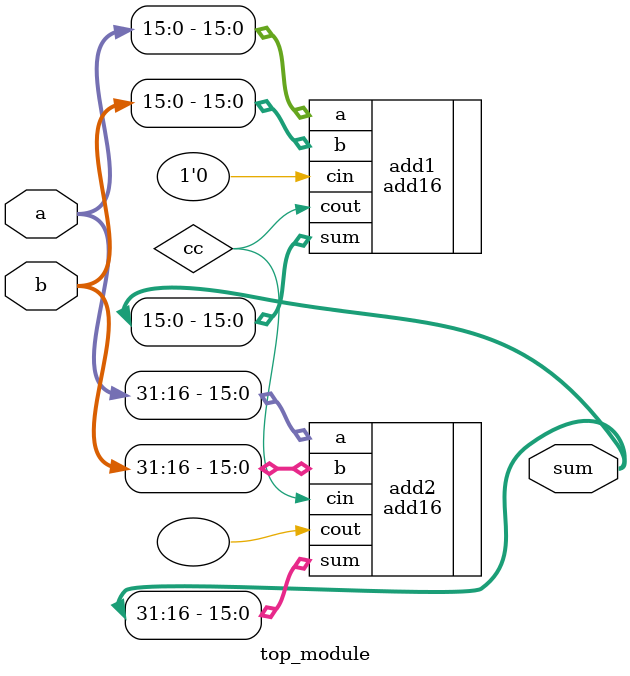
<source format=v>
module top_module(
    input [31:0] a,
    input [31:0] b,
    output [31:0] sum
);

    wire cc;
    add16 add1(.a(a[15:0]),  .b(b[15:0]),  .cin(1'd0), .cout(cc), .sum(sum[15:0]));
    add16 add2(.a(a[31:16]), .b(b[31:16]), .cin(cc),   .cout(),   .sum(sum[31:16]));
    
endmodule

</source>
